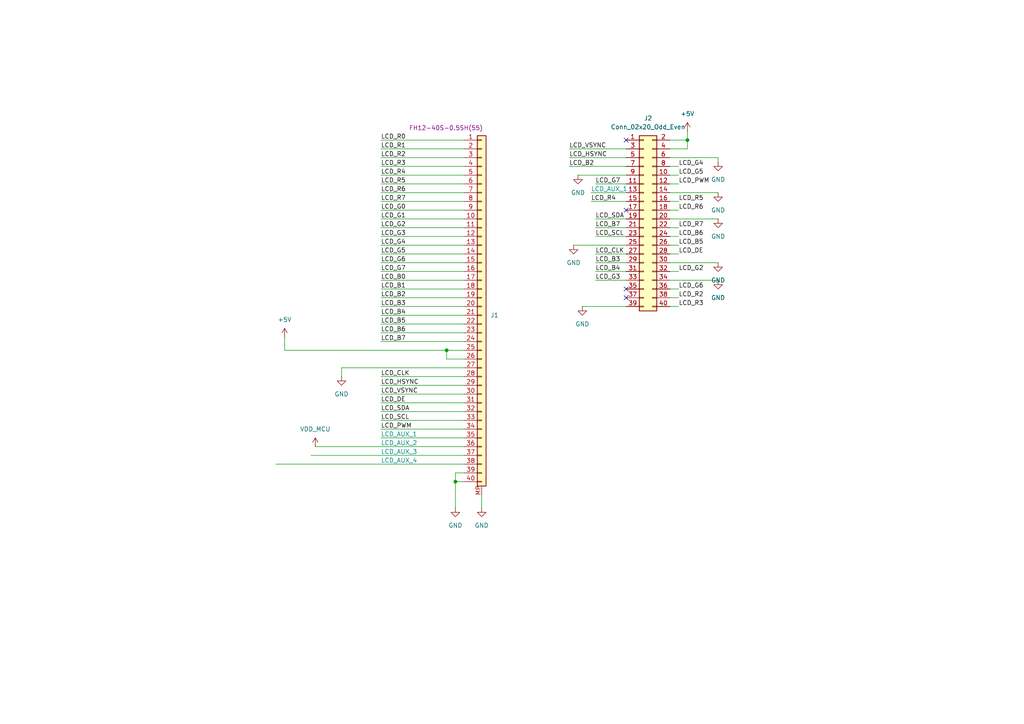
<source format=kicad_sch>
(kicad_sch (version 20231120) (generator "eeschema") (generator_version "8.0")
  (paper "A4")
  (lib_symbols
    (symbol "Connector_Generic:Conn_02x20_Odd_Even" (pin_names (offset 1.016) hide)
      (property "Reference" "J" (at 1.27 25.4 0))
      (property "Value" "Conn_02x20_Odd_Even" (at 1.27 -27.94 0))
      (symbol "Conn_02x20_Odd_Even_1_1"
        (rectangle (start -1.27 -25.273) (end 0 -25.527) (stroke (width 0.1524)))
        (rectangle (start -1.27 -22.733) (end 0 -22.987) (stroke (width 0.1524)))
        (rectangle (start -1.27 -20.193) (end 0 -20.447) (stroke (width 0.1524)))
        (rectangle (start -1.27 -17.653) (end 0 -17.907) (stroke (width 0.1524)))
        (rectangle (start -1.27 -15.113) (end 0 -15.367) (stroke (width 0.1524)))
        (rectangle (start -1.27 -12.573) (end 0 -12.827) (stroke (width 0.1524)))
        (rectangle (start -1.27 -10.033) (end 0 -10.287) (stroke (width 0.1524)))
        (rectangle (start -1.27 -7.493) (end 0 -7.747) (stroke (width 0.1524)))
        (rectangle (start -1.27 -4.953) (end 0 -5.207) (stroke (width 0.1524)))
        (rectangle (start -1.27 -2.413) (end 0 -2.667) (stroke (width 0.1524)))
        (rectangle (start -1.27 0.127) (end 0 -0.127) (stroke (width 0.1524)))
        (rectangle (start -1.27 2.667) (end 0 2.413) (stroke (width 0.1524)))
        (rectangle (start -1.27 5.207) (end 0 4.953) (stroke (width 0.1524)))
        (rectangle (start -1.27 7.747) (end 0 7.493) (stroke (width 0.1524)))
        (rectangle (start -1.27 10.287) (end 0 10.033) (stroke (width 0.1524)))
        (rectangle (start -1.27 12.827) (end 0 12.573) (stroke (width 0.1524)))
        (rectangle (start -1.27 15.367) (end 0 15.113) (stroke (width 0.1524)))
        (rectangle (start -1.27 17.907) (end 0 17.653) (stroke (width 0.1524)))
        (rectangle (start -1.27 20.447) (end 0 20.193) (stroke (width 0.1524)))
        (rectangle (start -1.27 22.987) (end 0 22.733) (stroke (width 0.1524)))
        (rectangle (start -1.27 24.13) (end 3.81 -26.67) (stroke (width 0.254)) (fill (type background)))
        (rectangle (start 3.81 -25.273) (end 2.54 -25.527) (stroke (width 0.1524)))
        (rectangle (start 3.81 -22.733) (end 2.54 -22.987) (stroke (width 0.1524)))
        (rectangle (start 3.81 -20.193) (end 2.54 -20.447) (stroke (width 0.1524)))
        (rectangle (start 3.81 -17.653) (end 2.54 -17.907) (stroke (width 0.1524)))
        (rectangle (start 3.81 -15.113) (end 2.54 -15.367) (stroke (width 0.1524)))
        (rectangle (start 3.81 -12.573) (end 2.54 -12.827) (stroke (width 0.1524)))
        (rectangle (start 3.81 -10.033) (end 2.54 -10.287) (stroke (width 0.1524)))
        (rectangle (start 3.81 -7.493) (end 2.54 -7.747) (stroke (width 0.1524)))
        (rectangle (start 3.81 -4.953) (end 2.54 -5.207) (stroke (width 0.1524)))
        (rectangle (start 3.81 -2.413) (end 2.54 -2.667) (stroke (width 0.1524)))
        (rectangle (start 3.81 0.127) (end 2.54 -0.127) (stroke (width 0.1524)))
        (rectangle (start 3.81 2.667) (end 2.54 2.413) (stroke (width 0.1524)))
        (rectangle (start 3.81 5.207) (end 2.54 4.953) (stroke (width 0.1524)))
        (rectangle (start 3.81 7.747) (end 2.54 7.493) (stroke (width 0.1524)))
        (rectangle (start 3.81 10.287) (end 2.54 10.033) (stroke (width 0.1524)))
        (rectangle (start 3.81 12.827) (end 2.54 12.573) (stroke (width 0.1524)))
        (rectangle (start 3.81 15.367) (end 2.54 15.113) (stroke (width 0.1524)))
        (rectangle (start 3.81 17.907) (end 2.54 17.653) (stroke (width 0.1524)))
        (rectangle (start 3.81 20.447) (end 2.54 20.193) (stroke (width 0.1524)))
        (rectangle (start 3.81 22.987) (end 2.54 22.733) (stroke (width 0.1524)))
        (pin passive line (at -5.08 22.86 0) (length 3.81) (name "Pin_1") (number "1"))
        (pin passive line (at 7.62 12.7 180) (length 3.81) (name "Pin_10") (number "10"))
        (pin passive line (at -5.08 10.16 0) (length 3.81) (name "Pin_11") (number "11"))
        (pin passive line (at 7.62 10.16 180) (length 3.81) (name "Pin_12") (number "12"))
        (pin passive line (at -5.08 7.62 0) (length 3.81) (name "Pin_13") (number "13"))
        (pin passive line (at 7.62 7.62 180) (length 3.81) (name "Pin_14") (number "14"))
        (pin passive line (at -5.08 5.08 0) (length 3.81) (name "Pin_15") (number "15"))
        (pin passive line (at 7.62 5.08 180) (length 3.81) (name "Pin_16") (number "16"))
        (pin passive line (at -5.08 2.54 0) (length 3.81) (name "Pin_17") (number "17"))
        (pin passive line (at 7.62 2.54 180) (length 3.81) (name "Pin_18") (number "18"))
        (pin passive line (at -5.08 0 0) (length 3.81) (name "Pin_19") (number "19"))
        (pin passive line (at 7.62 22.86 180) (length 3.81) (name "Pin_2") (number "2"))
        (pin passive line (at 7.62 0 180) (length 3.81) (name "Pin_20") (number "20"))
        (pin passive line (at -5.08 -2.54 0) (length 3.81) (name "Pin_21") (number "21"))
        (pin passive line (at 7.62 -2.54 180) (length 3.81) (name "Pin_22") (number "22"))
        (pin passive line (at -5.08 -5.08 0) (length 3.81) (name "Pin_23") (number "23"))
        (pin passive line (at 7.62 -5.08 180) (length 3.81) (name "Pin_24") (number "24"))
        (pin passive line (at -5.08 -7.62 0) (length 3.81) (name "Pin_25") (number "25"))
        (pin passive line (at 7.62 -7.62 180) (length 3.81) (name "Pin_26") (number "26"))
        (pin passive line (at -5.08 -10.16 0) (length 3.81) (name "Pin_27") (number "27"))
        (pin passive line (at 7.62 -10.16 180) (length 3.81) (name "Pin_28") (number "28"))
        (pin passive line (at -5.08 -12.7 0) (length 3.81) (name "Pin_29") (number "29"))
        (pin passive line (at -5.08 20.32 0) (length 3.81) (name "Pin_3") (number "3"))
        (pin passive line (at 7.62 -12.7 180) (length 3.81) (name "Pin_30") (number "30"))
        (pin passive line (at -5.08 -15.24 0) (length 3.81) (name "Pin_31") (number "31"))
        (pin passive line (at 7.62 -15.24 180) (length 3.81) (name "Pin_32") (number "32"))
        (pin passive line (at -5.08 -17.78 0) (length 3.81) (name "Pin_33") (number "33"))
        (pin passive line (at 7.62 -17.78 180) (length 3.81) (name "Pin_34") (number "34"))
        (pin passive line (at -5.08 -20.32 0) (length 3.81) (name "Pin_35") (number "35"))
        (pin passive line (at 7.62 -20.32 180) (length 3.81) (name "Pin_36") (number "36"))
        (pin passive line (at -5.08 -22.86 0) (length 3.81) (name "Pin_37") (number "37"))
        (pin passive line (at 7.62 -22.86 180) (length 3.81) (name "Pin_38") (number "38"))
        (pin passive line (at -5.08 -25.4 0) (length 3.81) (name "Pin_39") (number "39"))
        (pin passive line (at 7.62 20.32 180) (length 3.81) (name "Pin_4") (number "4"))
        (pin passive line (at 7.62 -25.4 180) (length 3.81) (name "Pin_40") (number "40"))
        (pin passive line (at -5.08 17.78 0) (length 3.81) (name "Pin_5") (number "5"))
        (pin passive line (at 7.62 17.78 180) (length 3.81) (name "Pin_6") (number "6"))
        (pin passive line (at -5.08 15.24 0) (length 3.81) (name "Pin_7") (number "7"))
        (pin passive line (at 7.62 15.24 180) (length 3.81) (name "Pin_8") (number "8"))
        (pin passive line (at -5.08 12.7 0) (length 3.81) (name "Pin_9") (number "9"))
      )
    )
    (symbol "MEMS_ELECTROMECHANICAL:FH12-40S-0.5SH(55)" (pin_names (offset 1.016) hide)
      (property "Reference" "J" (at 0 50.8 0))
      (property "Value" "FH12-40S-0.5SH(55)" (at 0.254 -56.642 0))
      (property "Footprint" "Connector_FFC-FPC:Hirose_FH12-40S-0.5SH_1x40-1MP_P0.50mm_Horizontal" (at 0 0 0))
      (property "Description" "FFC & FPC Connectors 0.5MM 40 POS R/A BTTM SMT GLD" (at 0 0 0))
      (symbol "FH12-40S-0.5SH(55)_1_1"
        (rectangle (start -1.27 -50.673) (end 0 -50.927) (stroke (width 0.1524)))
        (rectangle (start -1.27 -48.133) (end 0 -48.387) (stroke (width 0.1524)))
        (rectangle (start -1.27 -45.593) (end 0 -45.847) (stroke (width 0.1524)))
        (rectangle (start -1.27 -43.053) (end 0 -43.307) (stroke (width 0.1524)))
        (rectangle (start -1.27 -40.513) (end 0 -40.767) (stroke (width 0.1524)))
        (rectangle (start -1.27 -37.973) (end 0 -38.227) (stroke (width 0.1524)))
        (rectangle (start -1.27 -35.433) (end 0 -35.687) (stroke (width 0.1524)))
        (rectangle (start -1.27 -32.893) (end 0 -33.147) (stroke (width 0.1524)))
        (rectangle (start -1.27 -30.353) (end 0 -30.607) (stroke (width 0.1524)))
        (rectangle (start -1.27 -27.813) (end 0 -28.067) (stroke (width 0.1524)))
        (rectangle (start -1.27 -25.273) (end 0 -25.527) (stroke (width 0.1524)))
        (rectangle (start -1.27 -22.733) (end 0 -22.987) (stroke (width 0.1524)))
        (rectangle (start -1.27 -20.193) (end 0 -20.447) (stroke (width 0.1524)))
        (rectangle (start -1.27 -17.653) (end 0 -17.907) (stroke (width 0.1524)))
        (rectangle (start -1.27 -15.113) (end 0 -15.367) (stroke (width 0.1524)))
        (rectangle (start -1.27 -12.573) (end 0 -12.827) (stroke (width 0.1524)))
        (rectangle (start -1.27 -10.033) (end 0 -10.287) (stroke (width 0.1524)))
        (rectangle (start -1.27 -7.493) (end 0 -7.747) (stroke (width 0.1524)))
        (rectangle (start -1.27 -4.953) (end 0 -5.207) (stroke (width 0.1524)))
        (rectangle (start -1.27 -2.413) (end 0 -2.667) (stroke (width 0.1524)))
        (rectangle (start -1.27 0.127) (end 0 -0.127) (stroke (width 0.1524)))
        (rectangle (start -1.27 2.667) (end 0 2.413) (stroke (width 0.1524)))
        (rectangle (start -1.27 5.207) (end 0 4.953) (stroke (width 0.1524)))
        (rectangle (start -1.27 7.747) (end 0 7.493) (stroke (width 0.1524)))
        (rectangle (start -1.27 10.287) (end 0 10.033) (stroke (width 0.1524)))
        (rectangle (start -1.27 12.827) (end 0 12.573) (stroke (width 0.1524)))
        (rectangle (start -1.27 15.367) (end 0 15.113) (stroke (width 0.1524)))
        (rectangle (start -1.27 17.907) (end 0 17.653) (stroke (width 0.1524)))
        (rectangle (start -1.27 20.447) (end 0 20.193) (stroke (width 0.1524)))
        (rectangle (start -1.27 22.987) (end 0 22.733) (stroke (width 0.1524)))
        (rectangle (start -1.27 25.527) (end 0 25.273) (stroke (width 0.1524)))
        (rectangle (start -1.27 28.067) (end 0 27.813) (stroke (width 0.1524)))
        (rectangle (start -1.27 30.607) (end 0 30.353) (stroke (width 0.1524)))
        (rectangle (start -1.27 33.147) (end 0 32.893) (stroke (width 0.1524)))
        (rectangle (start -1.27 35.687) (end 0 35.433) (stroke (width 0.1524)))
        (rectangle (start -1.27 38.227) (end 0 37.973) (stroke (width 0.1524)))
        (rectangle (start -1.27 40.767) (end 0 40.513) (stroke (width 0.1524)))
        (rectangle (start -1.27 43.307) (end 0 43.053) (stroke (width 0.1524)))
        (rectangle (start -1.27 45.847) (end 0 45.593) (stroke (width 0.1524)))
        (rectangle (start -1.27 48.387) (end 0 48.133) (stroke (width 0.1524)))
        (rectangle (start -1.27 49.53) (end 1.27 -52.07) (stroke (width 0.254)) (fill (type background)))
        (pin passive line (at -5.08 48.26 0) (length 3.81) (name "Pin_1") (number "1"))
        (pin passive line (at -5.08 25.4 0) (length 3.81) (name "Pin_10") (number "10"))
        (pin passive line (at -5.08 22.86 0) (length 3.81) (name "Pin_11") (number "11"))
        (pin passive line (at -5.08 20.32 0) (length 3.81) (name "Pin_12") (number "12"))
        (pin passive line (at -5.08 17.78 0) (length 3.81) (name "Pin_13") (number "13"))
        (pin passive line (at -5.08 15.24 0) (length 3.81) (name "Pin_14") (number "14"))
        (pin passive line (at -5.08 12.7 0) (length 3.81) (name "Pin_15") (number "15"))
        (pin passive line (at -5.08 10.16 0) (length 3.81) (name "Pin_16") (number "16"))
        (pin passive line (at -5.08 7.62 0) (length 3.81) (name "Pin_17") (number "17"))
        (pin passive line (at -5.08 5.08 0) (length 3.81) (name "Pin_18") (number "18"))
        (pin passive line (at -5.08 2.54 0) (length 3.81) (name "Pin_19") (number "19"))
        (pin passive line (at -5.08 45.72 0) (length 3.81) (name "Pin_2") (number "2"))
        (pin passive line (at -5.08 0 0) (length 3.81) (name "Pin_20") (number "20"))
        (pin passive line (at -5.08 -2.54 0) (length 3.81) (name "Pin_21") (number "21"))
        (pin passive line (at -5.08 -5.08 0) (length 3.81) (name "Pin_22") (number "22"))
        (pin passive line (at -5.08 -7.62 0) (length 3.81) (name "Pin_23") (number "23"))
        (pin passive line (at -5.08 -10.16 0) (length 3.81) (name "Pin_24") (number "24"))
        (pin passive line (at -5.08 -12.7 0) (length 3.81) (name "Pin_25") (number "25"))
        (pin passive line (at -5.08 -15.24 0) (length 3.81) (name "Pin_26") (number "26"))
        (pin passive line (at -5.08 -17.78 0) (length 3.81) (name "Pin_27") (number "27"))
        (pin passive line (at -5.08 -20.32 0) (length 3.81) (name "Pin_28") (number "28"))
        (pin passive line (at -5.08 -22.86 0) (length 3.81) (name "Pin_29") (number "29"))
        (pin passive line (at -5.08 43.18 0) (length 3.81) (name "Pin_3") (number "3"))
        (pin passive line (at -5.08 -25.4 0) (length 3.81) (name "Pin_30") (number "30"))
        (pin passive line (at -5.08 -27.94 0) (length 3.81) (name "Pin_31") (number "31"))
        (pin passive line (at -5.08 -30.48 0) (length 3.81) (name "Pin_32") (number "32"))
        (pin passive line (at -5.08 -33.02 0) (length 3.81) (name "Pin_33") (number "33"))
        (pin passive line (at -5.08 -35.56 0) (length 3.81) (name "Pin_34") (number "34"))
        (pin passive line (at -5.08 -38.1 0) (length 3.81) (name "Pin_35") (number "35"))
        (pin passive line (at -5.08 -40.64 0) (length 3.81) (name "Pin_36") (number "36"))
        (pin passive line (at -5.08 -43.18 0) (length 3.81) (name "Pin_37") (number "37"))
        (pin passive line (at -5.08 -45.72 0) (length 3.81) (name "Pin_38") (number "38"))
        (pin passive line (at -5.08 -48.26 0) (length 3.81) (name "Pin_39") (number "39"))
        (pin passive line (at -5.08 40.64 0) (length 3.81) (name "Pin_4") (number "4"))
        (pin passive line (at -5.08 -50.8 0) (length 3.81) (name "Pin_40") (number "40"))
        (pin passive line (at -5.08 38.1 0) (length 3.81) (name "Pin_5") (number "5"))
        (pin passive line (at -5.08 35.56 0) (length 3.81) (name "Pin_6") (number "6"))
        (pin passive line (at -5.08 33.02 0) (length 3.81) (name "Pin_7") (number "7"))
        (pin passive line (at -5.08 30.48 0) (length 3.81) (name "Pin_8") (number "8"))
        (pin passive line (at -5.08 27.94 0) (length 3.81) (name "Pin_9") (number "9"))
        (pin input line (at 0 -54.61 90) (length 2.54) (name "MP") (number "MP"))
      )
    )
    (symbol "power:+3.3V" (power) (pin_numbers hide) (pin_names (offset 0) hide)
      (property "Value" "+3.3V" (at 0 3.556 0))
      (symbol "+3.3V_0_1"
        (polyline (pts (xy -0.762 1.27) (xy 0 2.54)))
        (polyline (pts (xy 0 0) (xy 0 2.54)))
        (polyline (pts (xy 0 2.54) (xy 0.762 1.27)))
      )
      (symbol "+3.3V_1_1"
        (pin power_in line (at 0 0 90) (length 0) (name "~") (number "1"))
      )
    )
    (symbol "power:+5V" (power) (pin_numbers hide) (pin_names (offset 0) hide)
      (property "Value" "+5V" (at 0 3.556 0))
      (symbol "+5V_0_1"
        (polyline (pts (xy -0.762 1.27) (xy 0 2.54)))
        (polyline (pts (xy 0 0) (xy 0 2.54)))
        (polyline (pts (xy 0 2.54) (xy 0.762 1.27)))
      )
      (symbol "+5V_1_1"
        (pin power_in line (at 0 0 90) (length 0) (name "~") (number "1"))
      )
    )
    (symbol "power:GND" (power) (pin_numbers hide) (pin_names (offset 0) hide)
      (property "Value" "GND" (at 0 -3.81 0))
      (symbol "GND_0_1"
        (polyline (pts (xy 0 0) (xy 0 -1.27) (xy 1.27 -1.27) (xy 0 -2.54) (xy -1.27 -1.27) (xy 0 -1.27)))
      )
      (symbol "GND_1_1"
        (pin power_in line (at 0 0 270) (length 0) (name "~") (number "1"))
      )
    )
  )
  (junction (at 129.54 101.6))
  (junction (at 132.08 139.7))
  (junction (at 199.39 40.64))
  (no_connect (at 181.61 40.64))
  (no_connect (at 181.61 83.82))
  (no_connect (at 181.61 60.96))
  (no_connect (at 181.61 86.36))
  (wire (pts (xy 171.45 55.88) (xy 181.61 55.88)))
  (wire (pts (xy 166.37 71.12) (xy 181.61 71.12)))
  (wire (pts (xy 172.72 68.58) (xy 181.61 68.58)))
  (wire (pts (xy 110.49 127) (xy 134.62 127)))
  (wire (pts (xy 171.45 58.42) (xy 181.61 58.42)))
  (wire (pts (xy 82.55 101.6) (xy 129.54 101.6)))
  (wire (pts (xy 172.72 66.04) (xy 181.61 66.04)))
  (wire (pts (xy 110.49 109.22) (xy 134.62 109.22)))
  (wire (pts (xy 110.49 86.36) (xy 134.62 86.36)))
  (wire (pts (xy 132.08 139.7) (xy 134.62 139.7)))
  (wire (pts (xy 199.39 38.1) (xy 199.39 40.64)))
  (wire (pts (xy 132.08 139.7) (xy 132.08 147.32)))
  (wire (pts (xy 196.85 78.74) (xy 194.31 78.74)))
  (wire (pts (xy 110.49 55.88) (xy 134.62 55.88)))
  (wire (pts (xy 199.39 43.18) (xy 199.39 40.64)))
  (wire (pts (xy 110.49 78.74) (xy 134.62 78.74)))
  (wire (pts (xy 196.85 58.42) (xy 194.31 58.42)))
  (wire (pts (xy 172.72 76.2) (xy 181.61 76.2)))
  (wire (pts (xy 134.62 137.16) (xy 132.08 137.16)))
  (wire (pts (xy 110.49 96.52) (xy 134.62 96.52)))
  (wire (pts (xy 110.49 63.5) (xy 134.62 63.5)))
  (wire (pts (xy 208.28 63.5) (xy 194.31 63.5)))
  (wire (pts (xy 194.31 45.72) (xy 208.28 45.72)))
  (wire (pts (xy 196.85 86.36) (xy 194.31 86.36)))
  (wire (pts (xy 167.64 50.8) (xy 181.61 50.8)))
  (wire (pts (xy 194.31 43.18) (xy 199.39 43.18)))
  (wire (pts (xy 110.49 45.72) (xy 134.62 45.72)))
  (wire (pts (xy 110.49 40.64) (xy 134.62 40.64)))
  (wire (pts (xy 196.85 66.04) (xy 194.31 66.04)))
  (wire (pts (xy 172.72 78.74) (xy 181.61 78.74)))
  (wire (pts (xy 172.72 53.34) (xy 181.61 53.34)))
  (wire (pts (xy 196.85 83.82) (xy 194.31 83.82)))
  (wire (pts (xy 139.7 147.32) (xy 139.7 143.51)))
  (wire (pts (xy 208.28 81.28) (xy 194.31 81.28)))
  (wire (pts (xy 110.49 58.42) (xy 134.62 58.42)))
  (wire (pts (xy 194.31 50.8) (xy 196.85 50.8)))
  (wire (pts (xy 110.49 119.38) (xy 134.62 119.38)))
  (wire (pts (xy 208.28 46.99) (xy 208.28 45.72)))
  (wire (pts (xy 165.1 45.72) (xy 181.61 45.72)))
  (wire (pts (xy 110.49 73.66) (xy 134.62 73.66)))
  (wire (pts (xy 196.85 53.34) (xy 194.31 53.34)))
  (wire (pts (xy 165.1 43.18) (xy 181.61 43.18)))
  (wire (pts (xy 172.72 73.66) (xy 181.61 73.66)))
  (wire (pts (xy 110.49 116.84) (xy 134.62 116.84)))
  (wire (pts (xy 132.08 137.16) (xy 132.08 139.7)))
  (wire (pts (xy 199.39 40.64) (xy 194.31 40.64)))
  (wire (pts (xy 82.55 97.79) (xy 82.55 101.6)))
  (wire (pts (xy 168.91 88.9) (xy 181.61 88.9)))
  (wire (pts (xy 129.54 104.14) (xy 129.54 101.6)))
  (wire (pts (xy 196.85 73.66) (xy 194.31 73.66)))
  (wire (pts (xy 172.72 81.28) (xy 181.61 81.28)))
  (wire (pts (xy 208.28 55.88) (xy 194.31 55.88)))
  (wire (pts (xy 196.85 48.26) (xy 194.31 48.26)))
  (wire (pts (xy 110.49 66.04) (xy 134.62 66.04)))
  (wire (pts (xy 110.49 124.46) (xy 134.62 124.46)))
  (wire (pts (xy 165.1 48.26) (xy 181.61 48.26)))
  (wire (pts (xy 110.49 60.96) (xy 134.62 60.96)))
  (wire (pts (xy 196.85 68.58) (xy 194.31 68.58)))
  (wire (pts (xy 110.49 114.3) (xy 134.62 114.3)))
  (wire (pts (xy 110.49 81.28) (xy 134.62 81.28)))
  (wire (pts (xy 110.49 93.98) (xy 134.62 93.98)))
  (wire (pts (xy 110.49 43.18) (xy 134.62 43.18)))
  (wire (pts (xy 90.17 132.08) (xy 134.62 132.08)))
  (wire (pts (xy 110.49 48.26) (xy 134.62 48.26)))
  (wire (pts (xy 110.49 53.34) (xy 134.62 53.34)))
  (wire (pts (xy 110.49 83.82) (xy 134.62 83.82)))
  (wire (pts (xy 80.01 134.62) (xy 134.62 134.62)))
  (wire (pts (xy 110.49 111.76) (xy 134.62 111.76)))
  (wire (pts (xy 110.49 50.8) (xy 134.62 50.8)))
  (wire (pts (xy 110.49 71.12) (xy 134.62 71.12)))
  (wire (pts (xy 110.49 88.9) (xy 134.62 88.9)))
  (wire (pts (xy 208.28 76.2) (xy 194.31 76.2)))
  (wire (pts (xy 110.49 68.58) (xy 134.62 68.58)))
  (wire (pts (xy 196.85 71.12) (xy 194.31 71.12)))
  (wire (pts (xy 110.49 99.06) (xy 134.62 99.06)))
  (wire (pts (xy 134.62 106.68) (xy 99.06 106.68)))
  (wire (pts (xy 110.49 91.44) (xy 134.62 91.44)))
  (wire (pts (xy 129.54 101.6) (xy 134.62 101.6)))
  (wire (pts (xy 196.85 88.9) (xy 194.31 88.9)))
  (wire (pts (xy 196.85 60.96) (xy 194.31 60.96)))
  (wire (pts (xy 91.44 129.54) (xy 134.62 129.54)))
  (wire (pts (xy 134.62 104.14) (xy 129.54 104.14)))
  (wire (pts (xy 110.49 76.2) (xy 134.62 76.2)))
  (wire (pts (xy 172.72 63.5) (xy 181.61 63.5)))
  (wire (pts (xy 99.06 106.68) (xy 99.06 109.22)))
  (wire (pts (xy 110.49 121.92) (xy 134.62 121.92)))
  (label "LCD_B0" (at 110.49 81.28 0))
  (label "LCD_B2" (at 110.49 86.36 0))
  (label "LCD_R3" (at 196.85 88.9 0))
  (label "LCD_AUX_2" (at 110.49 129.54 0))
  (label "LCD_R5" (at 196.85 58.42 0))
  (label "LCD_B4" (at 172.72 78.74 0))
  (label "LCD_B3" (at 110.49 88.9 0))
  (label "LCD_G6" (at 196.85 83.82 0))
  (label "LCD_CLK" (at 172.72 73.66 0))
  (label "LCD_DE" (at 196.85 73.66 0))
  (label "LCD_G4" (at 196.85 48.26 0))
  (label "LCD_PWM" (at 196.85 53.34 0))
  (label "LCD_SCL" (at 172.72 68.58 0))
  (label "LCD_R5" (at 110.49 53.34 0))
  (label "LCD_G1" (at 110.49 63.5 0))
  (label "LCD_AUX_1" (at 171.45 55.88 0))
  (label "LCD_PWM" (at 110.49 124.46 0))
  (label "LCD_G3" (at 172.72 81.28 0))
  (label "LCD_R2" (at 196.85 86.36 0))
  (label "LCD_R4" (at 171.45 58.42 0))
  (label "LCD_R4" (at 110.49 50.8 0))
  (label "LCD_G2" (at 110.49 66.04 0))
  (label "LCD_VSYNC" (at 110.49 114.3 0))
  (label "LCD_CLK" (at 110.49 109.22 0))
  (label "LCD_R7" (at 110.49 58.42 0))
  (label "LCD_DE" (at 110.49 116.84 0))
  (label "LCD_G5" (at 110.49 73.66 0))
  (label "LCD_B5" (at 110.49 93.98 0))
  (label "LCD_R6" (at 196.85 60.96 0))
  (label "LCD_B2" (at 165.1 48.26 0))
  (label "LCD_G7" (at 172.72 53.34 0))
  (label "LCD_AUX_1" (at 110.49 127 0))
  (label "LCD_AUX_4" (at 110.49 134.62 0))
  (label "LCD_B5" (at 196.85 71.12 0))
  (label "LCD_G5" (at 196.85 50.8 0))
  (label "LCD_R7" (at 196.85 66.04 0))
  (label "LCD_SCL" (at 110.49 121.92 0))
  (label "LCD_R0" (at 110.49 40.64 0))
  (label "LCD_B1" (at 110.49 83.82 0))
  (label "LCD_SDA" (at 172.72 63.5 0))
  (label "LCD_B6" (at 110.49 96.52 0))
  (label "LCD_G6" (at 110.49 76.2 0))
  (label "LCD_B3" (at 172.72 76.2 0))
  (label "LCD_G3" (at 110.49 68.58 0))
  (label "LCD_G0" (at 110.49 60.96 0))
  (label "LCD_HSYNC" (at 110.49 111.76 0))
  (label "LCD_HSYNC" (at 165.1 45.72 0))
  (label "LCD_B7" (at 172.72 66.04 0))
  (label "LCD_R2" (at 110.49 45.72 0))
  (label "LCD_B6" (at 196.85 68.58 0))
  (label "LCD_SDA" (at 110.49 119.38 0))
  (label "LCD_G4" (at 110.49 71.12 0))
  (label "LCD_VSYNC" (at 165.1 43.18 0))
  (label "LCD_R1" (at 110.49 43.18 0))
  (label "LCD_R3" (at 110.49 48.26 0))
  (label "LCD_AUX_3" (at 110.49 132.08 0))
  (label "LCD_B7" (at 110.49 99.06 0))
  (label "LCD_B4" (at 110.49 91.44 0))
  (label "LCD_R6" (at 110.49 55.88 0))
  (label "LCD_G7" (at 110.49 78.74 0))
  (label "LCD_G2" (at 196.85 78.74 0))
  (symbol (lib_id "power:GND") (at 208.28 81.28 0) (unit 1)
    (property "Reference" "#PWR012" (effects (hide yes)))
    (property "Value" "GND" (at 208.28 86.36 0))
    (property "Description" "Power symbol creates a global label with name \"GND\" , ground" (effects (hide yes)))
  )
  (symbol (lib_id "power:+3.3V") (at 91.44 129.54 0) (unit 1)
    (property "Reference" "#PWR_STM01" (effects (hide yes)))
    (property "Value" "VDD_MCU" (at 91.44 124.46 0))
    (property "Description" "Power symbol creates a global label with name \"+3.3V\"" (effects (hide yes)))
  )
  (symbol (lib_id "power:GND") (at 167.64 50.8 0) (unit 1)
    (property "Reference" "#PWR07" (effects (hide yes)))
    (property "Value" "GND" (at 167.64 55.88 0))
    (property "Description" "Power symbol creates a global label with name \"GND\" , ground" (effects (hide yes)))
  )
  (symbol (lib_id "power:+5V") (at 82.55 97.79 0) (unit 1)
    (property "Reference" "#PWR01" (effects (hide yes)))
    (property "Value" "+5V" (at 82.55 92.71 0))
    (property "Description" "Power symbol creates a global label with name \"+5V\"" (effects (hide yes)))
  )
  (symbol (lib_id "power:GND") (at 208.28 55.88 0) (unit 1)
    (property "Reference" "#PWR08" (effects (hide yes)))
    (property "Value" "GND" (at 208.28 60.96 0))
    (property "Description" "Power symbol creates a global label with name \"GND\" , ground" (effects (hide yes)))
  )
  (symbol (lib_id "power:GND") (at 139.7 147.32 0) (unit 1)
    (property "Reference" "#PWR04" (effects (hide yes)))
    (property "Value" "GND" (at 139.7 152.4 0))
    (property "Description" "Power symbol creates a global label with name \"GND\" , ground" (effects (hide yes)))
  )
  (symbol (lib_id "power:GND") (at 208.28 63.5 0) (unit 1)
    (property "Reference" "#PWR09" (effects (hide yes)))
    (property "Value" "GND" (at 208.28 68.58 0))
    (property "Description" "Power symbol creates a global label with name \"GND\" , ground" (effects (hide yes)))
  )
  (symbol (lib_id "power:GND") (at 99.06 109.22 0) (unit 1)
    (property "Reference" "#PWR02" (effects (hide yes)))
    (property "Value" "GND" (at 99.06 114.3 0))
    (property "Description" "Power symbol creates a global label with name \"GND\" , ground" (effects (hide yes)))
  )
  (symbol (lib_id "power:+5V") (at 199.39 38.1 0) (unit 1)
    (property "Reference" "#PWR05" (effects (hide yes)))
    (property "Value" "+5V" (at 199.39 33.02 0))
    (property "Description" "Power symbol creates a global label with name \"+5V\"" (effects (hide yes)))
  )
  (symbol (lib_id "Connector_Generic:Conn_02x20_Odd_Even") (at 186.69 63.5 0) (unit 1)
    (property "Reference" "J2" (at 187.96 34.29 0))
    (property "Value" "Conn_02x20_Odd_Even" (at 187.96 36.83 0))
    (property "Footprint" "Connector_IDC:IDC-Header_2x20_P2.54mm_Vertical" (effects (hide yes)))
    (property "Description" "Generic connector, double row, 02x20, odd/even pin numbering scheme (row 1 odd numbers, row 2 even numbers), script generated (kicad-library-utils/schlib/autogen/connector/)" (effects (hide yes)))
  )
  (symbol (lib_id "power:GND") (at 208.28 46.99 0) (unit 1)
    (property "Reference" "#PWR06" (effects (hide yes)))
    (property "Value" "GND" (at 208.28 52.07 0))
    (property "Description" "Power symbol creates a global label with name \"GND\" , ground" (effects (hide yes)))
  )
  (symbol (lib_id "power:GND") (at 166.37 71.12 0) (unit 1)
    (property "Reference" "#PWR010" (effects (hide yes)))
    (property "Value" "GND" (at 166.37 76.2 0))
    (property "Description" "Power symbol creates a global label with name \"GND\" , ground" (effects (hide yes)))
  )
  (symbol (lib_id "power:GND") (at 132.08 147.32 0) (unit 1)
    (property "Reference" "#PWR03" (effects (hide yes)))
    (property "Value" "GND" (at 132.08 152.4 0))
    (property "Description" "Power symbol creates a global label with name \"GND\" , ground" (effects (hide yes)))
  )
  (symbol (lib_id "MEMS_ELECTROMECHANICAL:FH12-40S-0.5SH(55)") (at 139.7 88.9 0) (unit 1)
    (property "Reference" "J1" (at 142.24 91.4401 0) (effects (justify left)))
    (property "Value" "FH12-40S-0.5SH(55)" (effects (hide yes)))
    (property "Footprint" "Connector_FFC-FPC:Hirose_FH12-40S-0.5SH_1x40-1MP_P0.50mm_Horizontal" (effects (hide yes)))
    (property "Datasheet" "https://www.mouser.com/datasheet/2/185/FH12_40S_0_5SH_55__CL0586_0527_7_55_2DDrawing_0000-1614809.pdf" (effects (hide yes)))
    (property "Description" "FFC & FPC Connectors 0.5MM 40 POS R/A BTTM SMT GLD" (effects (hide yes)))
    (property "MPN" "FH12-40S-0.5SH(55)" (at 118.618 37.084 0) (effects (justify left)))
    (property "Mouser" "798-FH12-40S-0.5SH55" (effects (hide yes)))
  )
  (symbol (lib_id "power:GND") (at 208.28 76.2 0) (unit 1)
    (property "Reference" "#PWR011" (effects (hide yes)))
    (property "Value" "GND" (at 208.28 81.28 0))
    (property "Description" "Power symbol creates a global label with name \"GND\" , ground" (effects (hide yes)))
  )
  (symbol (lib_id "power:GND") (at 168.91 88.9 0) (unit 1)
    (property "Reference" "#PWR013" (effects (hide yes)))
    (property "Value" "GND" (at 168.91 93.98 0))
    (property "Description" "Power symbol creates a global label with name \"GND\" , ground" (effects (hide yes)))
  )
)
</source>
